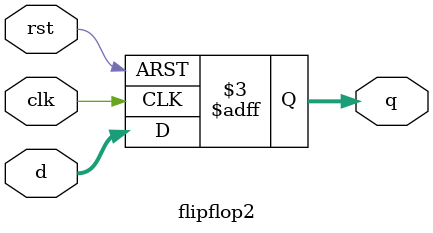
<source format=v>
/*
	Top Levle module that interacts with the VGA, PS2 and clock and reset buttons. Connects the memory, datapath, FSM, PS2, and VGATimer
*/
module cpu (input clk, input reset, input PS2Clk, input PS2Data, 	output  VGA_HS,
	output  VGA_VS,
	output  VGA_CLK,
	output  VGA_SYNC_N,
	output  VGA_BLANK_N, 
	
	output  [7:0] VGA_R,
	output  [7:0] VGA_G,
	output  [7:0] VGA_B,
	output [7:0] keyPressInMem);

//top level

wire [15:0] alu_output;
wire [15:0] instruction_memory;
wire [15:0] currinstruction;
wire [15:0] data_memory;
wire [10:0] enable_signals;
wire [4:0] statusRegisters; 
wire [15:0] pc;
wire opcodebit;
wire psrbit;
wire signedIMM;
wire [4:0] savedStatusRegisters; 
wire [15:0] dataOut;
wire [7:0] inputData;
wire inputDataClk;
wire [15:0] currLine;
wire [9:0] Vcount;
wire [7:0] previousInputData;
wire [15:0] keyPress;
wire [15:0] outputLine;
wire jump;
wire rst;
assign rst = reset;

//Decoder for Jumping
cmpDecoder codes(.instruction(currinstruction), .psr(savedStatusRegisters), .jump(jump));

//FlipFlop for current instruction
bigflipflop flip(.clk(opcodebit), .rst(rst), .d(instruction_memory), .q(currinstruction));

//FlipFlop for PSR flags
flipflop2  statusRegister( .clk(psrbit), .rst(rst), .d(statusRegisters), .q(savedStatusRegisters));

//Data path 
datapath datapath
					( .clock(clk), .reset(reset),
					 .controlbits(enable_signals),
					 .instrMem(currinstruction), .dataMem(instruction_memory), .dataOut(dataOut),
					 .jump(jump),
					 .psr(statusRegisters), // processor status register (this just contains flags)
					 .output_alu_b(alu_output),
					 .pc_out(pc)
					);
//FSM			
FSM FSM (
	.clock(clk),
	 .reset(reset),
	 .opcode(currinstruction[15:12]),
	.imm_funct(currinstruction[7:4]),
	 .conditional(jump), .enable_signals(enable_signals),
	 .opcodebit(opcodebit),
	 .psrbit(psrbit)
);

//Memory warpper 
memory memIO (
	.dataIn(dataOut),
   .addr1(pc[9:0]),
	.opcodebit(opcodebit),
	.ps2data_clock(inputDataClk),
	.ps2data(inputData),
	.addr2(alu_output[9:0]),
	.wen1(enable_signals[10]), .wen2(1'b0), .clk(clk),
	.dout1(instruction_memory),
	.dout2(currLine),
	.vcount(Vcount),
	.keyPress(keyPressInMem),
	.reset(reset));
	
//PS2Handler for keyboard input	
PS2Handler PS2Handler(.clk(PS2Clk), .currentDataBit(PS2Data),.previousCompleteData(previousInputData), .data(inputData), .inputDataClk(inputDataClk));

//Vga top level module 
VGATopLevel VGATopLevel(
	.clk(clk), // 50 MHz from the board
	.reset(reset),
	.readMemory(currLine),
	.VGA_HS(VGA_HS),
	.VGA_VS(VGA_VS),
	.VGA_CLK(VGA_CLK),
	.VGA_SYNC_N(VGA_SYNC_N),
	.VGA_BLANK_N(VGA_BLANK_N),
	.VGA_R(VGA_R),
	.VGA_G(VGA_G),
	.VGA_B(VGA_B),
 .Vcount(Vcount)
);

endmodule



// Flip-flop Module
module bigflipflop (
input clk, // Clock signal
input rst, // Reset signal (active-low)
input [15:0] d, // Data input
output reg [15:0] q // Data output
);
// Flip-flop behavior
always @(posedge clk, negedge rst) begin
if (!rst) q <= 16'h0000; // If reset, output 0
else q <= d; // Otherwise, output the data input
end
endmodule


// Flip-flop Module
module flipflop2 (
input wire clk, // Clock signal
input wire rst, // Reset signal (active-low)
input wire [4:0] d, // Data input
output reg [4:0] q // Data output
);
// Flip-flop behavior
always @(posedge clk, negedge rst) begin
if (!rst) q <= 5'b00000; // If reset, output 0
else q <= d; // Otherwise, output the data input
end
endmodule


</source>
